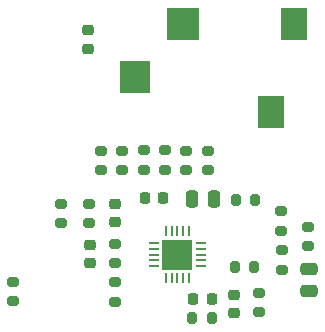
<source format=gtp>
%TF.GenerationSoftware,KiCad,Pcbnew,8.0.8*%
%TF.CreationDate,2025-02-23T18:34:37+05:30*%
%TF.ProjectId,my-template,6d792d74-656d-4706-9c61-74652e6b6963,rev?*%
%TF.SameCoordinates,Original*%
%TF.FileFunction,Paste,Top*%
%TF.FilePolarity,Positive*%
%FSLAX46Y46*%
G04 Gerber Fmt 4.6, Leading zero omitted, Abs format (unit mm)*
G04 Created by KiCad (PCBNEW 8.0.8) date 2025-02-23 18:34:37*
%MOMM*%
%LPD*%
G01*
G04 APERTURE LIST*
G04 Aperture macros list*
%AMRoundRect*
0 Rectangle with rounded corners*
0 $1 Rounding radius*
0 $2 $3 $4 $5 $6 $7 $8 $9 X,Y pos of 4 corners*
0 Add a 4 corners polygon primitive as box body*
4,1,4,$2,$3,$4,$5,$6,$7,$8,$9,$2,$3,0*
0 Add four circle primitives for the rounded corners*
1,1,$1+$1,$2,$3*
1,1,$1+$1,$4,$5*
1,1,$1+$1,$6,$7*
1,1,$1+$1,$8,$9*
0 Add four rect primitives between the rounded corners*
20,1,$1+$1,$2,$3,$4,$5,0*
20,1,$1+$1,$4,$5,$6,$7,0*
20,1,$1+$1,$6,$7,$8,$9,0*
20,1,$1+$1,$8,$9,$2,$3,0*%
G04 Aperture macros list end*
%ADD10C,0.000000*%
%ADD11RoundRect,0.250000X-0.250000X-0.475000X0.250000X-0.475000X0.250000X0.475000X-0.250000X0.475000X0*%
%ADD12RoundRect,0.200000X-0.200000X-0.275000X0.200000X-0.275000X0.200000X0.275000X-0.200000X0.275000X0*%
%ADD13RoundRect,0.200000X-0.275000X0.200000X-0.275000X-0.200000X0.275000X-0.200000X0.275000X0.200000X0*%
%ADD14R,0.274600X0.804800*%
%ADD15R,0.804800X0.274600*%
%ADD16R,2.650000X2.650000*%
%ADD17RoundRect,0.218750X-0.256250X0.218750X-0.256250X-0.218750X0.256250X-0.218750X0.256250X0.218750X0*%
%ADD18RoundRect,0.225000X-0.225000X-0.250000X0.225000X-0.250000X0.225000X0.250000X-0.225000X0.250000X0*%
%ADD19RoundRect,0.250000X-0.475000X0.250000X-0.475000X-0.250000X0.475000X-0.250000X0.475000X0.250000X0*%
%ADD20RoundRect,0.225000X0.250000X-0.225000X0.250000X0.225000X-0.250000X0.225000X-0.250000X-0.225000X0*%
%ADD21RoundRect,0.200000X0.275000X-0.200000X0.275000X0.200000X-0.275000X0.200000X-0.275000X-0.200000X0*%
%ADD22R,2.200000X2.800000*%
%ADD23R,2.800000X2.800000*%
%ADD24R,2.600000X2.800000*%
%ADD25RoundRect,0.225000X-0.250000X0.225000X-0.250000X-0.225000X0.250000X-0.225000X0.250000X0.225000X0*%
G04 APERTURE END LIST*
D10*
%TO.C,U1*%
G36*
X145510000Y-102610000D02*
G01*
X144385000Y-102610000D01*
X144385000Y-101485000D01*
X145510000Y-101485000D01*
X145510000Y-102610000D01*
G37*
G36*
X145510000Y-103935000D02*
G01*
X144385000Y-103935000D01*
X144385000Y-102810000D01*
X145510000Y-102810000D01*
X145510000Y-103935000D01*
G37*
G36*
X146835000Y-102610000D02*
G01*
X145710000Y-102610000D01*
X145710000Y-101485000D01*
X146835000Y-101485000D01*
X146835000Y-102610000D01*
G37*
G36*
X146835000Y-103935000D02*
G01*
X145710000Y-103935000D01*
X145710000Y-102810000D01*
X146835000Y-102810000D01*
X146835000Y-103935000D01*
G37*
%TD*%
D11*
%TO.C,C4*%
X146800000Y-97990000D03*
X148700000Y-97990000D03*
%TD*%
D12*
%TO.C,R10*%
X150440000Y-103740000D03*
X152090000Y-103740000D03*
%TD*%
D13*
%TO.C,R8*%
X140330000Y-101785000D03*
X140330000Y-103435000D03*
%TD*%
%TO.C,R13*%
X154380000Y-99050000D03*
X154380000Y-100700000D03*
%TD*%
D14*
%TO.C,U1*%
X146610001Y-100757601D03*
X146109999Y-100757601D03*
X145610000Y-100757601D03*
X145110001Y-100757601D03*
X144609999Y-100757601D03*
D15*
X143657601Y-101709999D03*
X143657601Y-102210001D03*
X143657601Y-102710000D03*
X143657601Y-103209999D03*
X143657601Y-103710001D03*
D14*
X144609999Y-104662399D03*
X145110001Y-104662399D03*
X145610000Y-104662399D03*
X146109999Y-104662399D03*
X146610001Y-104662399D03*
D15*
X147562399Y-103710001D03*
X147562399Y-103209999D03*
X147562399Y-102710000D03*
X147562399Y-102210001D03*
X147562399Y-101709999D03*
D16*
X145610000Y-102710000D03*
%TD*%
D17*
%TO.C,D1*%
X138065100Y-83735000D03*
X138065100Y-85310000D03*
%TD*%
D18*
%TO.C,C5*%
X146955100Y-106455000D03*
X148505100Y-106455000D03*
%TD*%
D12*
%TO.C,R11*%
X150560000Y-98100000D03*
X152210000Y-98100000D03*
%TD*%
D13*
%TO.C,R7*%
X138140000Y-98420000D03*
X138140000Y-100070000D03*
%TD*%
%TO.C,R16*%
X139116600Y-93905000D03*
X139116600Y-95555000D03*
%TD*%
D18*
%TO.C,C2*%
X142860000Y-97930000D03*
X144410000Y-97930000D03*
%TD*%
D13*
%TO.C,R3*%
X146363400Y-93925000D03*
X146363400Y-95575000D03*
%TD*%
D19*
%TO.C,C6*%
X156740000Y-103900000D03*
X156740000Y-105800000D03*
%TD*%
D13*
%TO.C,R15*%
X131715100Y-104995000D03*
X131715100Y-106645000D03*
%TD*%
%TO.C,R6*%
X135750000Y-98400000D03*
X135750000Y-100050000D03*
%TD*%
%TO.C,R5*%
X140928300Y-93905000D03*
X140928300Y-95555000D03*
%TD*%
%TO.C,R1*%
X148175100Y-93935000D03*
X148175100Y-95585000D03*
%TD*%
%TO.C,R14*%
X152520000Y-105940000D03*
X152520000Y-107590000D03*
%TD*%
D20*
%TO.C,C1*%
X138170000Y-103430000D03*
X138170000Y-101880000D03*
%TD*%
D21*
%TO.C,R2*%
X142740000Y-95550000D03*
X142740000Y-93900000D03*
%TD*%
D13*
%TO.C,R17*%
X156700000Y-100380000D03*
X156700000Y-102030000D03*
%TD*%
D22*
%TO.C,J2*%
X155515100Y-83225000D03*
D23*
X146115100Y-83225000D03*
D22*
X153515100Y-90625000D03*
D24*
X142015100Y-87675000D03*
%TD*%
D21*
%TO.C,R4*%
X144551700Y-95545000D03*
X144551700Y-93895000D03*
%TD*%
D12*
%TO.C,R19*%
X146855100Y-108125000D03*
X148505100Y-108125000D03*
%TD*%
D21*
%TO.C,R12*%
X154430000Y-104000000D03*
X154430000Y-102350000D03*
%TD*%
D13*
%TO.C,R9*%
X140310000Y-105045000D03*
X140310000Y-106695000D03*
%TD*%
D20*
%TO.C,C3*%
X140290000Y-99970000D03*
X140290000Y-98420000D03*
%TD*%
D25*
%TO.C,C7*%
X150370000Y-106100000D03*
X150370000Y-107650000D03*
%TD*%
M02*

</source>
